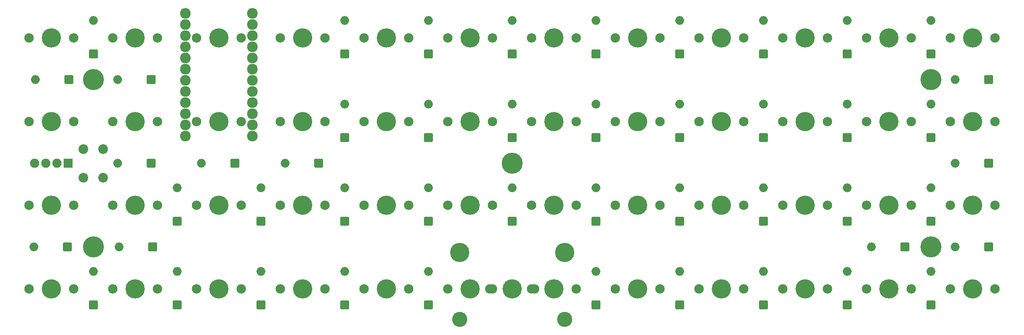
<source format=gts>
G04 #@! TF.GenerationSoftware,KiCad,Pcbnew,(6.0.0)*
G04 #@! TF.CreationDate,2022-02-06T23:40:04-05:00*
G04 #@! TF.ProjectId,Contra,436f6e74-7261-42e6-9b69-6361645f7063,rev?*
G04 #@! TF.SameCoordinates,Original*
G04 #@! TF.FileFunction,Soldermask,Top*
G04 #@! TF.FilePolarity,Negative*
%FSLAX46Y46*%
G04 Gerber Fmt 4.6, Leading zero omitted, Abs format (unit mm)*
G04 Created by KiCad (PCBNEW (6.0.0)) date 2022-02-06 23:40:04*
%MOMM*%
%LPD*%
G01*
G04 APERTURE LIST*
G04 Aperture macros list*
%AMRoundRect*
0 Rectangle with rounded corners*
0 $1 Rounding radius*
0 $2 $3 $4 $5 $6 $7 $8 $9 X,Y pos of 4 corners*
0 Add a 4 corners polygon primitive as box body*
4,1,4,$2,$3,$4,$5,$6,$7,$8,$9,$2,$3,0*
0 Add four circle primitives for the rounded corners*
1,1,$1+$1,$2,$3*
1,1,$1+$1,$4,$5*
1,1,$1+$1,$6,$7*
1,1,$1+$1,$8,$9*
0 Add four rect primitives between the rounded corners*
20,1,$1+$1,$2,$3,$4,$5,0*
20,1,$1+$1,$4,$5,$6,$7,0*
20,1,$1+$1,$6,$7,$8,$9,0*
20,1,$1+$1,$8,$9,$2,$3,0*%
G04 Aperture macros list end*
%ADD10C,2.150000*%
%ADD11C,4.387800*%
%ADD12C,3.448000*%
%ADD13C,1.100000*%
%ADD14C,4.800000*%
%ADD15RoundRect,0.200000X0.800000X-0.800000X0.800000X0.800000X-0.800000X0.800000X-0.800000X-0.800000X0*%
%ADD16O,2.000000X2.000000*%
%ADD17RoundRect,0.200000X0.800000X0.800000X-0.800000X0.800000X-0.800000X-0.800000X0.800000X-0.800000X0*%
%ADD18RoundRect,0.200000X-0.850000X0.850000X-0.850000X-0.850000X0.850000X-0.850000X0.850000X0.850000X0*%
%ADD19O,2.100000X2.100000*%
%ADD20C,2.432000*%
%ADD21C,2.200000*%
G04 APERTURE END LIST*
D10*
X33020000Y-38100000D03*
X43180000Y-38100000D03*
D11*
X38100000Y-38100000D03*
D10*
X52070000Y-38100000D03*
D11*
X57150000Y-38100000D03*
D10*
X62230000Y-38100000D03*
X81280000Y-38100000D03*
D11*
X76200000Y-38100000D03*
D10*
X71120000Y-38100000D03*
D11*
X95250000Y-38100000D03*
D10*
X90170000Y-38100000D03*
X100330000Y-38100000D03*
D11*
X114300000Y-38100000D03*
D10*
X109220000Y-38100000D03*
X119380000Y-38100000D03*
X128270000Y-38100000D03*
X138430000Y-38100000D03*
D11*
X133350000Y-38100000D03*
D10*
X147320000Y-38100000D03*
D11*
X152400000Y-38100000D03*
D10*
X157480000Y-38100000D03*
D11*
X171450000Y-38100000D03*
D10*
X176530000Y-38100000D03*
X166370000Y-38100000D03*
X185420000Y-38100000D03*
D11*
X190500000Y-38100000D03*
D10*
X195580000Y-38100000D03*
X214630000Y-38100000D03*
D11*
X209550000Y-38100000D03*
D10*
X204470000Y-38100000D03*
X233680000Y-38100000D03*
X223520000Y-38100000D03*
D11*
X228600000Y-38100000D03*
D10*
X252730000Y-38100000D03*
D11*
X247650000Y-38100000D03*
D10*
X242570000Y-38100000D03*
X43180000Y-57150000D03*
X33020000Y-57150000D03*
D11*
X38100000Y-57150000D03*
D10*
X62230000Y-57150000D03*
X52070000Y-57150000D03*
D11*
X57150000Y-57150000D03*
X76200000Y-57150000D03*
D10*
X81280000Y-57150000D03*
X71120000Y-57150000D03*
D11*
X95250000Y-57150000D03*
D10*
X100330000Y-57150000D03*
X90170000Y-57150000D03*
D11*
X114300000Y-57150000D03*
D10*
X119380000Y-57150000D03*
X109220000Y-57150000D03*
D11*
X133350000Y-57150000D03*
D10*
X138430000Y-57150000D03*
X128270000Y-57150000D03*
X157480000Y-57150000D03*
X147320000Y-57150000D03*
D11*
X152400000Y-57150000D03*
D10*
X166370000Y-57150000D03*
D11*
X171450000Y-57150000D03*
D10*
X176530000Y-57150000D03*
D11*
X190500000Y-57150000D03*
D10*
X195580000Y-57150000D03*
X185420000Y-57150000D03*
X204470000Y-57150000D03*
X214630000Y-57150000D03*
D11*
X209550000Y-57150000D03*
D10*
X233680000Y-57150000D03*
X223520000Y-57150000D03*
D11*
X228600000Y-57150000D03*
D10*
X242570000Y-57150000D03*
D11*
X247650000Y-57150000D03*
D10*
X252730000Y-57150000D03*
X43180000Y-76200000D03*
D11*
X38100000Y-76200000D03*
D10*
X33020000Y-76200000D03*
X52070000Y-76200000D03*
X62230000Y-76200000D03*
D11*
X57150000Y-76200000D03*
X76200000Y-76200000D03*
D10*
X81280000Y-76200000D03*
X71120000Y-76200000D03*
X90170000Y-76200000D03*
D11*
X95250000Y-76200000D03*
D10*
X100330000Y-76200000D03*
X119380000Y-76200000D03*
D11*
X114300000Y-76200000D03*
D10*
X109220000Y-76200000D03*
X128270000Y-76200000D03*
X138430000Y-76200000D03*
D11*
X133350000Y-76200000D03*
D10*
X157480000Y-76200000D03*
X147320000Y-76200000D03*
D11*
X152400000Y-76200000D03*
D10*
X166370000Y-76200000D03*
D11*
X171450000Y-76200000D03*
D10*
X176530000Y-76200000D03*
X185420000Y-76200000D03*
X195580000Y-76200000D03*
D11*
X190500000Y-76200000D03*
D10*
X214630000Y-76200000D03*
X204470000Y-76200000D03*
D11*
X209550000Y-76200000D03*
X228600000Y-76200000D03*
D10*
X223520000Y-76200000D03*
X233680000Y-76200000D03*
X242570000Y-76200000D03*
D11*
X247650000Y-76200000D03*
D10*
X252730000Y-76200000D03*
D11*
X38100000Y-95250000D03*
D10*
X33020000Y-95250000D03*
X43180000Y-95250000D03*
D11*
X57150000Y-95250000D03*
D10*
X52070000Y-95250000D03*
X62230000Y-95250000D03*
D11*
X76200000Y-95250000D03*
D10*
X81280000Y-95250000D03*
X71120000Y-95250000D03*
X100330000Y-95250000D03*
X90170000Y-95250000D03*
D11*
X95250000Y-95250000D03*
D10*
X119380000Y-95250000D03*
D11*
X114300000Y-95250000D03*
D10*
X109220000Y-95250000D03*
D11*
X133350000Y-95250000D03*
D10*
X138430000Y-95250000D03*
X128270000Y-95250000D03*
D11*
X152400000Y-95250000D03*
D10*
X147320000Y-95250000D03*
X157480000Y-95250000D03*
X166370000Y-95250000D03*
D11*
X171450000Y-95250000D03*
D10*
X176530000Y-95250000D03*
X195580000Y-95250000D03*
D11*
X190500000Y-95250000D03*
D10*
X185420000Y-95250000D03*
X204470000Y-95250000D03*
D11*
X209550000Y-95250000D03*
D10*
X214630000Y-95250000D03*
D11*
X228600000Y-95250000D03*
D10*
X233680000Y-95250000D03*
X223520000Y-95250000D03*
D11*
X247650000Y-95250000D03*
D10*
X242570000Y-95250000D03*
X252730000Y-95250000D03*
D12*
X130937000Y-102235000D03*
D10*
X147955000Y-95250000D03*
X137795000Y-95250000D03*
D11*
X154813000Y-86995000D03*
X142875000Y-95250000D03*
X130937000Y-86995000D03*
D12*
X154813000Y-102235000D03*
D13*
X236958274Y-86891726D03*
X239775000Y-85725000D03*
X239291726Y-84558274D03*
X236958274Y-84558274D03*
X236475000Y-85725000D03*
X238125000Y-87375000D03*
X239291726Y-86891726D03*
X238125000Y-84075000D03*
D14*
X238125000Y-85725000D03*
D13*
X238125000Y-49275000D03*
X236958274Y-46458274D03*
D14*
X238125000Y-47625000D03*
D13*
X236475000Y-47625000D03*
X239291726Y-46458274D03*
X239291726Y-48791726D03*
X239775000Y-47625000D03*
X236958274Y-48791726D03*
X238125000Y-45975000D03*
X141225000Y-66675000D03*
X141708274Y-65508274D03*
X144041726Y-65508274D03*
X144525000Y-66675000D03*
X144041726Y-67841726D03*
X142875000Y-65025000D03*
X142875000Y-68325000D03*
X141708274Y-67841726D03*
D14*
X142875000Y-66675000D03*
D13*
X49275000Y-47625000D03*
X46458274Y-48791726D03*
X48791726Y-46458274D03*
X45975000Y-47625000D03*
X46458274Y-46458274D03*
X47625000Y-49275000D03*
X47625000Y-45975000D03*
X48791726Y-48791726D03*
D14*
X47625000Y-47625000D03*
D13*
X48791726Y-86891726D03*
X49275000Y-85725000D03*
X45975000Y-85725000D03*
D14*
X47625000Y-85725000D03*
D13*
X47625000Y-87375000D03*
X46458274Y-86891726D03*
X47625000Y-84075000D03*
X46458274Y-84558274D03*
X48791726Y-84558274D03*
D15*
X47625000Y-41751250D03*
D16*
X47625000Y-34131250D03*
D17*
X60801250Y-47625000D03*
D16*
X53181250Y-47625000D03*
D17*
X79851250Y-66675000D03*
D16*
X72231250Y-66675000D03*
D15*
X104775000Y-41751250D03*
D16*
X104775000Y-34131250D03*
D15*
X123825000Y-41751250D03*
D16*
X123825000Y-34131250D03*
D15*
X142875000Y-41751250D03*
D16*
X142875000Y-34131250D03*
D15*
X161925000Y-41751250D03*
D16*
X161925000Y-34131250D03*
D15*
X180975000Y-41751250D03*
D16*
X180975000Y-34131250D03*
D15*
X200025000Y-41751250D03*
D16*
X200025000Y-34131250D03*
D15*
X219075000Y-41751250D03*
D16*
X219075000Y-34131250D03*
D15*
X238125000Y-41751250D03*
D16*
X238125000Y-34131250D03*
D17*
X251301250Y-47625000D03*
D16*
X243681250Y-47625000D03*
D17*
X42068750Y-47625000D03*
D16*
X34448750Y-47625000D03*
D17*
X60801250Y-66675000D03*
D16*
X53181250Y-66675000D03*
D17*
X98901250Y-66675000D03*
D16*
X91281250Y-66675000D03*
D15*
X104775000Y-60801250D03*
D16*
X104775000Y-53181250D03*
D15*
X123825000Y-60801250D03*
D16*
X123825000Y-53181250D03*
D15*
X142875000Y-60801250D03*
D16*
X142875000Y-53181250D03*
D15*
X161925000Y-60801250D03*
D16*
X161925000Y-53181250D03*
D15*
X180975000Y-60801250D03*
D16*
X180975000Y-53181250D03*
D15*
X200025000Y-60801250D03*
D16*
X200025000Y-53181250D03*
D15*
X219075000Y-60801250D03*
D16*
X219075000Y-53181250D03*
D15*
X238125000Y-60801250D03*
D16*
X238125000Y-53181250D03*
D17*
X251301250Y-66675000D03*
D16*
X243681250Y-66675000D03*
D17*
X61118750Y-85725000D03*
D16*
X53498750Y-85725000D03*
D15*
X66675000Y-79851250D03*
D16*
X66675000Y-72231250D03*
D15*
X85725000Y-79851250D03*
D16*
X85725000Y-72231250D03*
D15*
X104775000Y-79851250D03*
D16*
X104775000Y-72231250D03*
D15*
X123825000Y-79851250D03*
D16*
X123825000Y-72231250D03*
D15*
X142875000Y-79851250D03*
D16*
X142875000Y-72231250D03*
D15*
X161925000Y-79851250D03*
D16*
X161925000Y-72231250D03*
D15*
X180975000Y-79851250D03*
D16*
X180975000Y-72231250D03*
D15*
X200025000Y-79851250D03*
D16*
X200025000Y-72231250D03*
D15*
X219075000Y-79851250D03*
D16*
X219075000Y-72231250D03*
D17*
X232251250Y-85725000D03*
D16*
X224631250Y-85725000D03*
D15*
X238125000Y-79851250D03*
D16*
X238125000Y-72231250D03*
D17*
X41751250Y-85725000D03*
D16*
X34131250Y-85725000D03*
D15*
X47625000Y-98901250D03*
D16*
X47625000Y-91281250D03*
D15*
X66675000Y-98901250D03*
D16*
X66675000Y-91281250D03*
D15*
X85725000Y-98901250D03*
D16*
X85725000Y-91281250D03*
D15*
X104775000Y-98901250D03*
D16*
X104775000Y-91281250D03*
D15*
X123825000Y-98901250D03*
D16*
X123825000Y-91281250D03*
D15*
X161925000Y-98901250D03*
D16*
X161925000Y-91281250D03*
D15*
X180975000Y-98901250D03*
D16*
X180975000Y-91281250D03*
D15*
X200025000Y-98901250D03*
D16*
X200025000Y-91281250D03*
D15*
X219075000Y-98901250D03*
D16*
X219075000Y-91281250D03*
D15*
X238125000Y-98901250D03*
D16*
X238125000Y-91281250D03*
D17*
X251301250Y-85725000D03*
D16*
X243681250Y-85725000D03*
D18*
X41910000Y-66675000D03*
D19*
X39370000Y-66675000D03*
X36830000Y-66675000D03*
X34290000Y-66675000D03*
D20*
X83820000Y-32543750D03*
X83820000Y-35083750D03*
X83820000Y-37623750D03*
X83820000Y-40163750D03*
X83820000Y-42703750D03*
X83820000Y-45243750D03*
X83820000Y-47783750D03*
X83820000Y-50323750D03*
X83820000Y-52863750D03*
X83820000Y-55403750D03*
X83820000Y-57943750D03*
X83820000Y-60483750D03*
X68580000Y-60483750D03*
X68580000Y-57943750D03*
X68580000Y-55403750D03*
X68580000Y-52863750D03*
X68580000Y-50323750D03*
X68580000Y-47783750D03*
X68580000Y-45243750D03*
X68580000Y-42703750D03*
X68580000Y-40163750D03*
X68580000Y-37623750D03*
X68580000Y-35083750D03*
X68580000Y-32543750D03*
D21*
X49875000Y-63425000D03*
X45375000Y-69925000D03*
X45375000Y-63425000D03*
X49875000Y-69925000D03*
M02*

</source>
